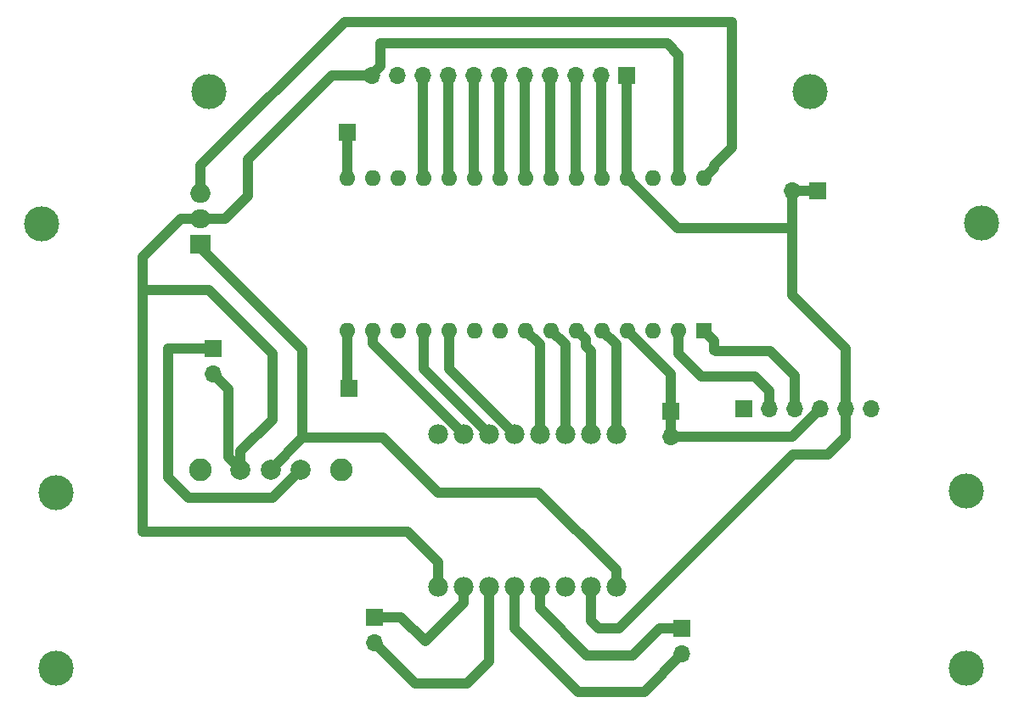
<source format=gbr>
%TF.GenerationSoftware,KiCad,Pcbnew,8.0.0*%
%TF.CreationDate,2024-07-04T13:25:56-03:00*%
%TF.ProjectId,LineFollowerRCX,4c696e65-466f-46c6-9c6f-776572524358,rev?*%
%TF.SameCoordinates,Original*%
%TF.FileFunction,Copper,L2,Bot*%
%TF.FilePolarity,Positive*%
%FSLAX46Y46*%
G04 Gerber Fmt 4.6, Leading zero omitted, Abs format (unit mm)*
G04 Created by KiCad (PCBNEW 8.0.0) date 2024-07-04 13:25:56*
%MOMM*%
%LPD*%
G01*
G04 APERTURE LIST*
%TA.AperFunction,ComponentPad*%
%ADD10C,2.250000*%
%TD*%
%TA.AperFunction,ComponentPad*%
%ADD11C,2.000000*%
%TD*%
%TA.AperFunction,ComponentPad*%
%ADD12C,1.980000*%
%TD*%
%TA.AperFunction,ComponentPad*%
%ADD13R,1.700000X1.700000*%
%TD*%
%TA.AperFunction,ComponentPad*%
%ADD14R,1.600000X1.600000*%
%TD*%
%TA.AperFunction,ComponentPad*%
%ADD15O,1.600000X1.600000*%
%TD*%
%TA.AperFunction,ComponentPad*%
%ADD16O,1.700000X1.700000*%
%TD*%
%TA.AperFunction,ComponentPad*%
%ADD17R,2.000000X1.905000*%
%TD*%
%TA.AperFunction,ComponentPad*%
%ADD18O,2.000000X1.905000*%
%TD*%
%TA.AperFunction,ViaPad*%
%ADD19C,3.500000*%
%TD*%
%TA.AperFunction,Conductor*%
%ADD20C,1.000000*%
%TD*%
G04 APERTURE END LIST*
D10*
%TO.P,S1,P$5*%
%TO.N,N/C*%
X157551624Y-130556000D03*
%TO.P,S1,P$4*%
X171551624Y-130556000D03*
D11*
%TO.P,S1,3*%
%TO.N,GND*%
X161551624Y-130556000D03*
%TO.P,S1,2*%
%TO.N,Net-(U1-VM)*%
X164551624Y-130556000D03*
%TO.P,S1,1*%
%TO.N,Net-(Bateria1-+)*%
X167551624Y-130556000D03*
%TD*%
D12*
%TO.P,U1,16,PWMA*%
%TO.N,Net-(A2-D2)*%
X199000624Y-127000000D03*
%TO.P,U1,15,AI2*%
%TO.N,Net-(A2-D3)*%
X196460624Y-127000000D03*
%TO.P,U1,14,AI1*%
%TO.N,Net-(A2-D4)*%
X193920624Y-127000000D03*
%TO.P,U1,13,STBY*%
%TO.N,Net-(A2-D5)*%
X191380624Y-127000000D03*
%TO.P,U1,12,BI1*%
%TO.N,Net-(A2-D8)*%
X188840624Y-127000000D03*
%TO.P,U1,11,BI2*%
%TO.N,Net-(A2-D9)*%
X186300624Y-127000000D03*
%TO.P,U1,10,PWMB*%
%TO.N,Net-(A2-D11)*%
X183760624Y-127000000D03*
%TO.P,U1,9,GND__2*%
%TO.N,unconnected-(U1-GND__2-Pad9)*%
X181220624Y-127000000D03*
%TO.P,U1,8,GND__1*%
%TO.N,GND*%
X181220624Y-142240000D03*
%TO.P,U1,7,B01*%
%TO.N,Net-(J2-+)*%
X183760624Y-142240000D03*
%TO.P,U1,6,B02*%
%TO.N,Net-(J2--)*%
X186300624Y-142240000D03*
%TO.P,U1,5,A02*%
%TO.N,Net-(J3--)*%
X188840624Y-142240000D03*
%TO.P,U1,4,A01*%
%TO.N,Net-(J3-+)*%
X191380624Y-142240000D03*
%TO.P,U1,3,GND*%
%TO.N,unconnected-(U1-GND-Pad3)*%
X193920624Y-142240000D03*
%TO.P,U1,2,VCC*%
%TO.N,Alimenta\u00E7\u00E3o sensores*%
X196460624Y-142240000D03*
%TO.P,U1,1,VM*%
%TO.N,Net-(U1-VM)*%
X199000624Y-142240000D03*
%TD*%
D13*
%TO.P,J7,1,Pin_1*%
%TO.N,Net-(A2-D13)*%
X172203624Y-96901000D03*
%TD*%
%TO.P,J8,1,Pin_1*%
%TO.N,Net-(A2-D12)*%
X172330624Y-122428000D03*
%TD*%
D14*
%TO.P,A2,1,D1/TX*%
%TO.N,Net-(A2-D1{slash}TX)*%
X207763624Y-116703000D03*
D15*
%TO.P,A2,2,D0/RX*%
%TO.N,Net-(A2-D0{slash}RX)*%
X205223624Y-116703000D03*
%TO.P,A2,3,~{RESET}*%
%TO.N,unconnected-(A2-~{RESET}-Pad3)*%
X202683624Y-116703000D03*
%TO.P,A2,4,GND*%
%TO.N,GND*%
X200143624Y-116703000D03*
%TO.P,A2,5,D2*%
%TO.N,Net-(A2-D2)*%
X197603624Y-116703000D03*
%TO.P,A2,6,D3*%
%TO.N,Net-(A2-D3)*%
X195063624Y-116703000D03*
%TO.P,A2,7,D4*%
%TO.N,Net-(A2-D4)*%
X192523624Y-116703000D03*
%TO.P,A2,8,D5*%
%TO.N,Net-(A2-D5)*%
X189983624Y-116703000D03*
%TO.P,A2,9,D6*%
%TO.N,unconnected-(A2-D6-Pad9)*%
X187443624Y-116703000D03*
%TO.P,A2,10,D7*%
%TO.N,unconnected-(A2-D7-Pad10)*%
X184903624Y-116703000D03*
%TO.P,A2,11,D8*%
%TO.N,Net-(A2-D8)*%
X182363624Y-116703000D03*
%TO.P,A2,12,D9*%
%TO.N,Net-(A2-D9)*%
X179823624Y-116703000D03*
%TO.P,A2,13,D10*%
%TO.N,unconnected-(A2-D10-Pad13)*%
X177283624Y-116703000D03*
%TO.P,A2,14,D11*%
%TO.N,Net-(A2-D11)*%
X174743624Y-116703000D03*
%TO.P,A2,15,D12*%
%TO.N,Net-(A2-D12)*%
X172203624Y-116703000D03*
%TO.P,A2,16,D13*%
%TO.N,Net-(A2-D13)*%
X172203624Y-101463000D03*
%TO.P,A2,17,3V3*%
%TO.N,unconnected-(A2-3V3-Pad17)*%
X174743624Y-101463000D03*
%TO.P,A2,18,AREF*%
%TO.N,unconnected-(A2-AREF-Pad18)*%
X177283624Y-101463000D03*
%TO.P,A2,19,A0*%
%TO.N,Net-(A2-A0)*%
X179823624Y-101463000D03*
%TO.P,A2,20,A1*%
%TO.N,Net-(A2-A1)*%
X182363624Y-101463000D03*
%TO.P,A2,21,A2*%
%TO.N,Net-(A2-A2)*%
X184903624Y-101463000D03*
%TO.P,A2,22,A3*%
%TO.N,Net-(A2-A3)*%
X187443624Y-101463000D03*
%TO.P,A2,23,A4*%
%TO.N,Net-(A2-A4)*%
X189983624Y-101463000D03*
%TO.P,A2,24,A5*%
%TO.N,Net-(A2-A5)*%
X192523624Y-101463000D03*
%TO.P,A2,25,A6*%
%TO.N,Net-(A2-A6)*%
X195063624Y-101463000D03*
%TO.P,A2,26,A7*%
%TO.N,Net-(A2-A7)*%
X197603624Y-101463000D03*
%TO.P,A2,27,+5V*%
%TO.N,Alimenta\u00E7\u00E3o sensores*%
X200143624Y-101463000D03*
%TO.P,A2,28,~{RESET}*%
%TO.N,unconnected-(A2-~{RESET}-Pad28)*%
X202683624Y-101463000D03*
%TO.P,A2,29,GND*%
%TO.N,GND*%
X205223624Y-101463000D03*
%TO.P,A2,30,VIN*%
%TO.N,Bateria Arduino*%
X207763624Y-101463000D03*
%TD*%
D16*
%TO.P,J9,2,Pin_2*%
%TO.N,Alimenta\u00E7\u00E3o sensores*%
X216526624Y-102743000D03*
D13*
%TO.P,J9,1,Pin_1*%
X219066624Y-102743000D03*
%TD*%
D16*
%TO.P,Bateria1,2,-*%
%TO.N,GND*%
X158843624Y-121051000D03*
D13*
%TO.P,Bateria1,1,+*%
%TO.N,Net-(Bateria1-+)*%
X158843624Y-118511000D03*
%TD*%
D16*
%TO.P,J1,11,Pin_11*%
%TO.N,GND*%
X174616624Y-91186000D03*
%TO.P,J1,10,Pin_10*%
%TO.N,unconnected-(J1-Pin_10-Pad10)*%
X177156624Y-91186000D03*
%TO.P,J1,9,Pin_9*%
%TO.N,Net-(A2-A0)*%
X179696624Y-91186000D03*
%TO.P,J1,8,Pin_8*%
%TO.N,Net-(A2-A1)*%
X182236624Y-91186000D03*
%TO.P,J1,7,Pin_7*%
%TO.N,Net-(A2-A2)*%
X184776624Y-91186000D03*
%TO.P,J1,6,Pin_6*%
%TO.N,Net-(A2-A3)*%
X187316624Y-91186000D03*
%TO.P,J1,5,Pin_5*%
%TO.N,Net-(A2-A4)*%
X189856624Y-91186000D03*
%TO.P,J1,4,Pin_4*%
%TO.N,Net-(A2-A5)*%
X192396624Y-91186000D03*
%TO.P,J1,3,Pin_3*%
%TO.N,Net-(A2-A6)*%
X194936624Y-91186000D03*
%TO.P,J1,2,Pin_2*%
%TO.N,Net-(A2-A7)*%
X197476624Y-91186000D03*
D13*
%TO.P,J1,1,Pin_1*%
%TO.N,Alimenta\u00E7\u00E3o sensores*%
X200016624Y-91186000D03*
%TD*%
D16*
%TO.P,J2,2,-*%
%TO.N,Net-(J2--)*%
X174870624Y-147828000D03*
D13*
%TO.P,J2,1,+*%
%TO.N,Net-(J2-+)*%
X174870624Y-145288000D03*
%TD*%
D17*
%TO.P,U2,1,VI*%
%TO.N,Net-(U1-VM)*%
X157542624Y-108077000D03*
D18*
%TO.P,U2,2,GND*%
%TO.N,GND*%
X157542624Y-105537000D03*
%TO.P,U2,3,VO*%
%TO.N,Bateria Arduino*%
X157542624Y-102997000D03*
%TD*%
D16*
%TO.P,J4,6,EN*%
%TO.N,unconnected-(J4-EN-Pad6)*%
X224400624Y-124460000D03*
%TO.P,J4,5,VCC*%
%TO.N,Alimenta\u00E7\u00E3o sensores*%
X221860624Y-124460000D03*
%TO.P,J4,4,GND*%
%TO.N,GND*%
X219320624Y-124460000D03*
%TO.P,J4,3,TX*%
%TO.N,Net-(A2-D1{slash}TX)*%
X216780624Y-124460000D03*
%TO.P,J4,2,RX*%
%TO.N,Net-(A2-D0{slash}RX)*%
X214240624Y-124460000D03*
D13*
%TO.P,J4,1,State*%
%TO.N,unconnected-(J4-State-Pad1)*%
X211700624Y-124460000D03*
%TD*%
D16*
%TO.P,J3,2,-*%
%TO.N,Net-(J3--)*%
X205579624Y-148991000D03*
D13*
%TO.P,J3,1,+*%
%TO.N,Net-(J3-+)*%
X205579624Y-146451000D03*
%TD*%
D16*
%TO.P,J10,2,Pin_2*%
%TO.N,GND*%
X204461624Y-127254000D03*
D13*
%TO.P,J10,1,Pin_1*%
X204461624Y-124714000D03*
%TD*%
D19*
%TO.N,*%
X235458000Y-105918000D03*
X143120624Y-150368000D03*
X158360624Y-92837000D03*
X218304624Y-92837000D03*
X143120624Y-132842000D03*
X141732000Y-106045000D03*
X233925624Y-132715000D03*
X233925624Y-150368000D03*
%TD*%
D20*
%TO.N,Net-(Bateria1-+)*%
X164757624Y-133350000D02*
X167551624Y-130556000D01*
X156328624Y-133350000D02*
X164757624Y-133350000D01*
X154296624Y-118491000D02*
X154296624Y-131318000D01*
X154316624Y-118511000D02*
X154296624Y-118491000D01*
X154296624Y-131318000D02*
X156328624Y-133350000D01*
X158843624Y-118511000D02*
X154316624Y-118511000D01*
%TO.N,Net-(U1-VM)*%
X167726624Y-127381000D02*
X164551624Y-130556000D01*
%TO.N,GND*%
X160347624Y-129352000D02*
X161551624Y-130556000D01*
X160347624Y-122555000D02*
X160347624Y-129352000D01*
X161551624Y-128762000D02*
X161551624Y-130556000D01*
X164710624Y-125603000D02*
X161551624Y-128762000D01*
X164710624Y-118999000D02*
X164710624Y-125603000D01*
X151756624Y-112649000D02*
X158360624Y-112649000D01*
X158360624Y-112649000D02*
X164710624Y-118999000D01*
X160347624Y-122555000D02*
X158843624Y-121051000D01*
%TO.N,Net-(A2-D12)*%
X172203624Y-116703000D02*
X172203624Y-122301000D01*
X172203624Y-122301000D02*
X172330624Y-122428000D01*
%TO.N,Net-(A2-A1)*%
X182236624Y-101336000D02*
X182363624Y-101463000D01*
X182236624Y-91186000D02*
X182236624Y-101336000D01*
%TO.N,Net-(A2-A4)*%
X189856624Y-91186000D02*
X189856624Y-101336000D01*
X189856624Y-101336000D02*
X189983624Y-101463000D01*
%TO.N,Bateria Arduino*%
X208779624Y-100203000D02*
X210557624Y-98425000D01*
X210557624Y-85852000D02*
X171893624Y-85852000D01*
X207763624Y-101463000D02*
X208779624Y-100447000D01*
X210557624Y-98425000D02*
X210557624Y-85852000D01*
X208779624Y-100447000D02*
X208779624Y-100203000D01*
X171893624Y-85852000D02*
X157542624Y-100203000D01*
X157542624Y-100203000D02*
X157542624Y-102997000D01*
%TO.N,Net-(A2-A0)*%
X179696624Y-91186000D02*
X179696624Y-101336000D01*
X179696624Y-101336000D02*
X179823624Y-101463000D01*
%TO.N,Net-(A2-A7)*%
X197476624Y-91186000D02*
X197476624Y-101336000D01*
X197476624Y-101336000D02*
X197603624Y-101463000D01*
%TO.N,Net-(A2-A6)*%
X194936624Y-91186000D02*
X194936624Y-101336000D01*
X194936624Y-101336000D02*
X195063624Y-101463000D01*
%TO.N,Net-(A2-A3)*%
X187316624Y-101336000D02*
X187443624Y-101463000D01*
X187316624Y-91186000D02*
X187316624Y-101336000D01*
%TO.N,Net-(A2-A5)*%
X192396624Y-101336000D02*
X192523624Y-101463000D01*
X192396624Y-91186000D02*
X192396624Y-101336000D01*
%TO.N,Net-(A2-D13)*%
X172203624Y-101463000D02*
X172203624Y-96901000D01*
%TO.N,Net-(A2-D9)*%
X186300624Y-127000000D02*
X179823624Y-120523000D01*
X179823624Y-120523000D02*
X179823624Y-116703000D01*
%TO.N,Net-(A2-A2)*%
X184776624Y-101336000D02*
X184903624Y-101463000D01*
X184776624Y-91186000D02*
X184776624Y-101336000D01*
%TO.N,Alimenta\u00E7\u00E3o sensores*%
X196460624Y-142240000D02*
X196460624Y-145669000D01*
X200143624Y-101463000D02*
X205106624Y-106426000D01*
X221860624Y-118491000D02*
X221860624Y-124460000D01*
X200016624Y-101336000D02*
X200143624Y-101463000D01*
X199254624Y-146431000D02*
X216653624Y-129032000D01*
X196460624Y-145669000D02*
X197222624Y-146431000D01*
X200016624Y-91186000D02*
X200016624Y-101336000D01*
X216526624Y-102743000D02*
X219066624Y-102743000D01*
X216526624Y-113157000D02*
X221860624Y-118491000D01*
X197222624Y-146431000D02*
X199254624Y-146431000D01*
X205106624Y-106426000D02*
X216526624Y-106426000D01*
X216526624Y-106426000D02*
X216526624Y-113157000D01*
X221860624Y-127254000D02*
X221860624Y-124460000D01*
X220082624Y-129032000D02*
X221860624Y-127254000D01*
X216526624Y-106426000D02*
X216526624Y-102743000D01*
X216653624Y-129032000D02*
X220082624Y-129032000D01*
%TO.N,Net-(A2-D8)*%
X182363624Y-120523000D02*
X182363624Y-116703000D01*
X188840624Y-127000000D02*
X182363624Y-120523000D01*
%TO.N,Net-(A2-D3)*%
X196460624Y-118745000D02*
X195952624Y-118237000D01*
X196460624Y-127000000D02*
X196460624Y-118745000D01*
X195952624Y-118237000D02*
X195952624Y-117592000D01*
X195952624Y-117592000D02*
X195063624Y-116703000D01*
%TO.N,Net-(A2-D4)*%
X193920624Y-118100000D02*
X192523624Y-116703000D01*
X193920624Y-127000000D02*
X193920624Y-118100000D01*
%TO.N,Net-(A2-D5)*%
X191380624Y-127000000D02*
X191380624Y-118100000D01*
X191380624Y-118100000D02*
X189983624Y-116703000D01*
%TO.N,Net-(A2-D2)*%
X199000624Y-118100000D02*
X197603624Y-116703000D01*
X199000624Y-127000000D02*
X199000624Y-118100000D01*
%TO.N,Net-(A2-D11)*%
X183760624Y-127000000D02*
X174743624Y-117983000D01*
X174743624Y-117983000D02*
X174743624Y-116703000D01*
%TO.N,GND*%
X157542624Y-105537000D02*
X160011624Y-105537000D01*
X174616624Y-91186000D02*
X175505624Y-90297000D01*
X160011624Y-105537000D02*
X162297624Y-103251000D01*
X181220624Y-139827000D02*
X178172624Y-136779000D01*
X204461624Y-127254000D02*
X216526624Y-127254000D01*
X170679624Y-91186000D02*
X174616624Y-91186000D01*
X204461624Y-121021000D02*
X200143624Y-116703000D01*
X155542624Y-105537000D02*
X157542624Y-105537000D01*
X204461624Y-124714000D02*
X204461624Y-121021000D01*
X181220624Y-142240000D02*
X181220624Y-139827000D01*
X162297624Y-103251000D02*
X162297624Y-99568000D01*
X175505624Y-90297000D02*
X175505624Y-88011000D01*
X162297624Y-99568000D02*
X170679624Y-91186000D01*
X204080624Y-88011000D02*
X205223624Y-89154000D01*
X178172624Y-136779000D02*
X151756624Y-136779000D01*
X151756624Y-109323000D02*
X155542624Y-105537000D01*
X216526624Y-127254000D02*
X219320624Y-124460000D01*
X204461624Y-124714000D02*
X204461624Y-127254000D01*
X205223624Y-89154000D02*
X205223624Y-101463000D01*
X175505624Y-88011000D02*
X204080624Y-88011000D01*
X151756624Y-136779000D02*
X151756624Y-112649000D01*
X151756624Y-112649000D02*
X151756624Y-109323000D01*
%TO.N,Net-(J3--)*%
X201789624Y-152781000D02*
X205579624Y-148991000D01*
X188840624Y-146431000D02*
X195190624Y-152781000D01*
X195190624Y-152781000D02*
X201789624Y-152781000D01*
X188840624Y-142240000D02*
X188840624Y-146431000D01*
%TO.N,Net-(J2-+)*%
X183760624Y-142240000D02*
X183760624Y-143891000D01*
X179950624Y-147701000D02*
X177537624Y-145288000D01*
X177537624Y-145288000D02*
X174870624Y-145288000D01*
X183760624Y-143891000D02*
X179950624Y-147701000D01*
%TO.N,Net-(J2--)*%
X178934624Y-151892000D02*
X174870624Y-147828000D01*
X186300624Y-149733000D02*
X184141624Y-151892000D01*
X186300624Y-142240000D02*
X186300624Y-149733000D01*
X184141624Y-151892000D02*
X178934624Y-151892000D01*
%TO.N,Net-(J3-+)*%
X203318624Y-146431000D02*
X203338624Y-146451000D01*
X203338624Y-146451000D02*
X205579624Y-146451000D01*
X200651624Y-149098000D02*
X203318624Y-146431000D01*
X191380624Y-142240000D02*
X191380624Y-144399000D01*
X196079624Y-149098000D02*
X200651624Y-149098000D01*
X191380624Y-144399000D02*
X196079624Y-149098000D01*
%TO.N,Net-(A2-D1{slash}TX)*%
X214367624Y-118745000D02*
X216780624Y-121158000D01*
X208906624Y-118745000D02*
X208779624Y-118618000D01*
X208779624Y-117719000D02*
X207763624Y-116703000D01*
X208906624Y-118745000D02*
X214367624Y-118745000D01*
X208779624Y-118618000D02*
X208779624Y-117719000D01*
X216780624Y-121158000D02*
X216780624Y-124460000D01*
%TO.N,Net-(A2-D0{slash}RX)*%
X214240624Y-124460000D02*
X214240624Y-122682000D01*
X207509624Y-121285000D02*
X205223624Y-118999000D01*
X214240624Y-122682000D02*
X212843624Y-121285000D01*
X212843624Y-121285000D02*
X207509624Y-121285000D01*
X205223624Y-118999000D02*
X205223624Y-116703000D01*
%TO.N,Net-(U1-VM)*%
X167726624Y-118586000D02*
X167726624Y-127381000D01*
X157542624Y-108077000D02*
X157542624Y-108402000D01*
X157542624Y-108402000D02*
X167726624Y-118586000D01*
X199000624Y-142240000D02*
X199000624Y-140589000D01*
X175759624Y-127381000D02*
X167726624Y-127381000D01*
X191253624Y-132842000D02*
X181220624Y-132842000D01*
X199000624Y-140589000D02*
X191253624Y-132842000D01*
X181220624Y-132842000D02*
X175759624Y-127381000D01*
%TD*%
M02*

</source>
